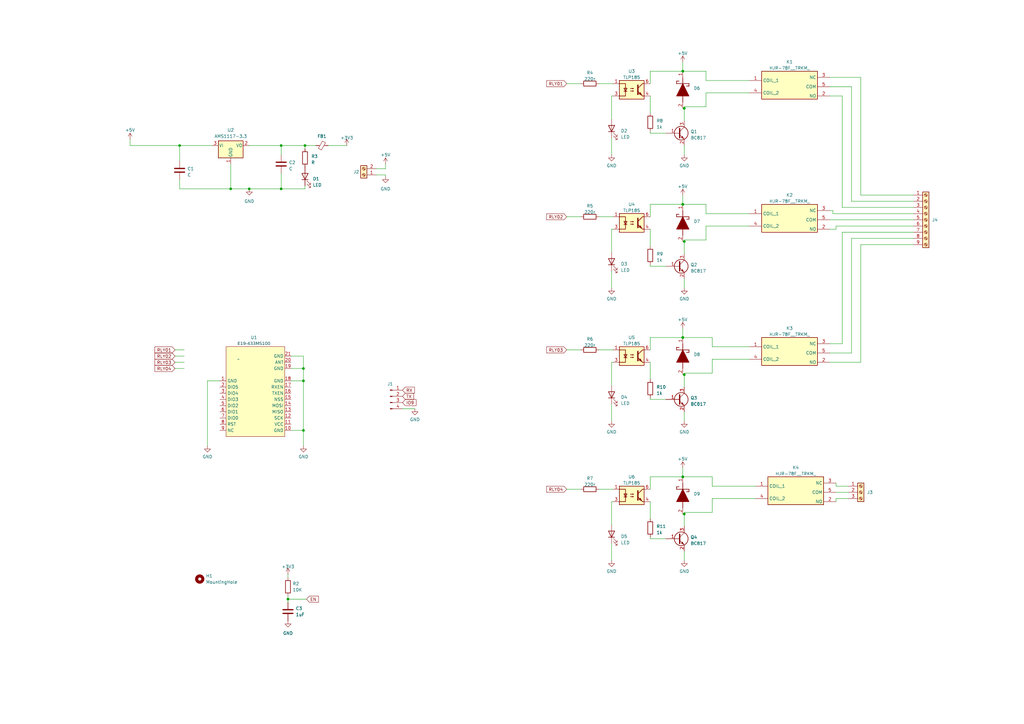
<source format=kicad_sch>
(kicad_sch (version 20230121) (generator eeschema)
  (paper "A3")
  (lib_symbols
    (symbol "1N5819W:1N5819W" (pin_names hide)
      (property "Reference" "D" (at 12.7 8.89 0))
      (property "Value" "1N5819W" (at 12.7 6.35 0))
      (symbol "1N5819W_1_1"
        (polyline (pts (xy 5.08 0) (xy 7.62 0)) (stroke (width 0.254)))
        (polyline (pts (xy 6.604 -1.524) (xy 6.604 -2.54)) (stroke (width 0.254)))
        (polyline (pts (xy 7.62 -2.54) (xy 6.604 -2.54)) (stroke (width 0.254)))
        (polyline (pts (xy 7.62 2.54) (xy 7.62 -2.54)) (stroke (width 0.254)))
        (polyline (pts (xy 7.62 2.54) (xy 8.636 2.54)) (stroke (width 0.254)))
        (polyline (pts (xy 8.636 1.524) (xy 8.636 2.54)) (stroke (width 0.254)))
        (polyline (pts (xy 12.7 0) (xy 15.24 0)) (stroke (width 0.254)))
        (polyline (pts (xy 7.62 0) (xy 12.7 2.54) (xy 12.7 -2.54) (xy 7.62 0)) (stroke (width 0.254)) (fill (type outline)))
        (pin passive line (at 2.54 0 0) (length 2.54) (name "K") (number "1"))
        (pin passive line (at 17.78 0 180) (length 2.54) (name "A") (number "2"))
      )
    )
    (symbol "Connector:Conn_01x04_Male" (pin_names (offset 1.016) hide)
      (property "Reference" "J" (at 0 5.08 0))
      (property "Value" "Conn_01x04_Male" (at 0 -7.62 0))
      (symbol "Conn_01x04_Male_1_1"
        (polyline (pts (xy 1.27 -5.08) (xy 0.8636 -5.08)) (stroke (width 0.1524)))
        (polyline (pts (xy 1.27 -2.54) (xy 0.8636 -2.54)) (stroke (width 0.1524)))
        (polyline (pts (xy 1.27 0) (xy 0.8636 0)) (stroke (width 0.1524)))
        (polyline (pts (xy 1.27 2.54) (xy 0.8636 2.54)) (stroke (width 0.1524)))
        (rectangle (start 0.8636 -4.953) (end 0 -5.207) (stroke (width 0.1524)) (fill (type outline)))
        (rectangle (start 0.8636 -2.413) (end 0 -2.667) (stroke (width 0.1524)) (fill (type outline)))
        (rectangle (start 0.8636 0.127) (end 0 -0.127) (stroke (width 0.1524)) (fill (type outline)))
        (rectangle (start 0.8636 2.667) (end 0 2.413) (stroke (width 0.1524)) (fill (type outline)))
        (pin passive line (at 5.08 2.54 180) (length 3.81) (name "Pin_1") (number "1"))
        (pin passive line (at 5.08 0 180) (length 3.81) (name "Pin_2") (number "2"))
        (pin passive line (at 5.08 -2.54 180) (length 3.81) (name "Pin_3") (number "3"))
        (pin passive line (at 5.08 -5.08 180) (length 3.81) (name "Pin_4") (number "4"))
      )
    )
    (symbol "Connector:Screw_Terminal_01x02" (pin_names (offset 1.016) hide)
      (property "Reference" "J" (at 0 2.54 0))
      (property "Value" "Screw_Terminal_01x02" (at 0 -5.08 0))
      (symbol "Screw_Terminal_01x02_1_1"
        (rectangle (start -1.27 1.27) (end 1.27 -3.81) (stroke (width 0.254)) (fill (type background)))
        (circle (center 0 -2.54) (radius 0.635) (stroke (width 0.1524)))
        (polyline (pts (xy -0.5334 -2.2098) (xy 0.3302 -3.048)) (stroke (width 0.1524)))
        (polyline (pts (xy -0.5334 0.3302) (xy 0.3302 -0.508)) (stroke (width 0.1524)))
        (polyline (pts (xy -0.3556 -2.032) (xy 0.508 -2.8702)) (stroke (width 0.1524)))
        (polyline (pts (xy -0.3556 0.508) (xy 0.508 -0.3302)) (stroke (width 0.1524)))
        (circle (center 0 0) (radius 0.635) (stroke (width 0.1524)))
        (pin passive line (at -5.08 0 0) (length 3.81) (name "Pin_1") (number "1"))
        (pin passive line (at -5.08 -2.54 0) (length 3.81) (name "Pin_2") (number "2"))
      )
    )
    (symbol "Connector:Screw_Terminal_01x03" (pin_names (offset 1.016) hide)
      (property "Reference" "J" (at 0 5.08 0))
      (property "Value" "Screw_Terminal_01x03" (at 0 -5.08 0))
      (symbol "Screw_Terminal_01x03_1_1"
        (rectangle (start -1.27 3.81) (end 1.27 -3.81) (stroke (width 0.254)) (fill (type background)))
        (circle (center 0 -2.54) (radius 0.635) (stroke (width 0.1524)))
        (polyline (pts (xy -0.5334 -2.2098) (xy 0.3302 -3.048)) (stroke (width 0.1524)))
        (polyline (pts (xy -0.5334 0.3302) (xy 0.3302 -0.508)) (stroke (width 0.1524)))
        (polyline (pts (xy -0.5334 2.8702) (xy 0.3302 2.032)) (stroke (width 0.1524)))
        (polyline (pts (xy -0.3556 -2.032) (xy 0.508 -2.8702)) (stroke (width 0.1524)))
        (polyline (pts (xy -0.3556 0.508) (xy 0.508 -0.3302)) (stroke (width 0.1524)))
        (polyline (pts (xy -0.3556 3.048) (xy 0.508 2.2098)) (stroke (width 0.1524)))
        (circle (center 0 0) (radius 0.635) (stroke (width 0.1524)))
        (circle (center 0 2.54) (radius 0.635) (stroke (width 0.1524)))
        (pin passive line (at -5.08 2.54 0) (length 3.81) (name "Pin_1") (number "1"))
        (pin passive line (at -5.08 0 0) (length 3.81) (name "Pin_2") (number "2"))
        (pin passive line (at -5.08 -2.54 0) (length 3.81) (name "Pin_3") (number "3"))
      )
    )
    (symbol "Connector:Screw_Terminal_01x09" (pin_names (offset 1.016) hide)
      (property "Reference" "J" (at 0 12.7 0))
      (property "Value" "Screw_Terminal_01x09" (at 0 -12.7 0))
      (symbol "Screw_Terminal_01x09_1_1"
        (rectangle (start -1.27 11.43) (end 1.27 -11.43) (stroke (width 0.254)) (fill (type background)))
        (circle (center 0 -10.16) (radius 0.635) (stroke (width 0.1524)))
        (circle (center 0 -7.62) (radius 0.635) (stroke (width 0.1524)))
        (circle (center 0 -5.08) (radius 0.635) (stroke (width 0.1524)))
        (circle (center 0 -2.54) (radius 0.635) (stroke (width 0.1524)))
        (polyline (pts (xy -0.5334 -9.8298) (xy 0.3302 -10.668)) (stroke (width 0.1524)))
        (polyline (pts (xy -0.5334 -7.2898) (xy 0.3302 -8.128)) (stroke (width 0.1524)))
        (polyline (pts (xy -0.5334 -4.7498) (xy 0.3302 -5.588)) (stroke (width 0.1524)))
        (polyline (pts (xy -0.5334 -2.2098) (xy 0.3302 -3.048)) (stroke (width 0.1524)))
        (polyline (pts (xy -0.5334 0.3302) (xy 0.3302 -0.508)) (stroke (width 0.1524)))
        (polyline (pts (xy -0.5334 2.8702) (xy 0.3302 2.032)) (stroke (width 0.1524)))
        (polyline (pts (xy -0.5334 5.4102) (xy 0.3302 4.572)) (stroke (width 0.1524)))
        (polyline (pts (xy -0.5334 7.9502) (xy 0.3302 7.112)) (stroke (width 0.1524)))
        (polyline (pts (xy -0.5334 10.4902) (xy 0.3302 9.652)) (stroke (width 0.1524)))
        (polyline (pts (xy -0.3556 -9.652) (xy 0.508 -10.4902)) (stroke (width 0.1524)))
        (polyline (pts (xy -0.3556 -7.112) (xy 0.508 -7.9502)) (stroke (width 0.1524)))
        (polyline (pts (xy -0.3556 -4.572) (xy 0.508 -5.4102)) (stroke (width 0.1524)))
        (polyline (pts (xy -0.3556 -2.032) (xy 0.508 -2.8702)) (stroke (width 0.1524)))
        (polyline (pts (xy -0.3556 0.508) (xy 0.508 -0.3302)) (stroke (width 0.1524)))
        (polyline (pts (xy -0.3556 3.048) (xy 0.508 2.2098)) (stroke (width 0.1524)))
        (polyline (pts (xy -0.3556 5.588) (xy 0.508 4.7498)) (stroke (width 0.1524)))
        (polyline (pts (xy -0.3556 8.128) (xy 0.508 7.2898)) (stroke (width 0.1524)))
        (polyline (pts (xy -0.3556 10.668) (xy 0.508 9.8298)) (stroke (width 0.1524)))
        (circle (center 0 0) (radius 0.635) (stroke (width 0.1524)))
        (circle (center 0 2.54) (radius 0.635) (stroke (width 0.1524)))
        (circle (center 0 5.08) (radius 0.635) (stroke (width 0.1524)))
        (circle (center 0 7.62) (radius 0.635) (stroke (width 0.1524)))
        (circle (center 0 10.16) (radius 0.635) (stroke (width 0.1524)))
        (pin passive line (at -5.08 10.16 0) (length 3.81) (name "Pin_1") (number "1"))
        (pin passive line (at -5.08 7.62 0) (length 3.81) (name "Pin_2") (number "2"))
        (pin passive line (at -5.08 5.08 0) (length 3.81) (name "Pin_3") (number "3"))
        (pin passive line (at -5.08 2.54 0) (length 3.81) (name "Pin_4") (number "4"))
        (pin passive line (at -5.08 0 0) (length 3.81) (name "Pin_5") (number "5"))
        (pin passive line (at -5.08 -2.54 0) (length 3.81) (name "Pin_6") (number "6"))
        (pin passive line (at -5.08 -5.08 0) (length 3.81) (name "Pin_7") (number "7"))
        (pin passive line (at -5.08 -7.62 0) (length 3.81) (name "Pin_8") (number "8"))
        (pin passive line (at -5.08 -10.16 0) (length 3.81) (name "Pin_9") (number "9"))
      )
    )
    (symbol "Device:C" (pin_numbers hide) (pin_names (offset 0.254))
      (property "Reference" "C" (at 0.635 2.54 0))
      (property "Value" "C" (at 0.635 -2.54 0))
      (symbol "C_0_1"
        (polyline (pts (xy -2.032 -0.762) (xy 2.032 -0.762)) (stroke (width 0.508)))
        (polyline (pts (xy -2.032 0.762) (xy 2.032 0.762)) (stroke (width 0.508)))
      )
      (symbol "C_1_1"
        (pin passive line (at 0 3.81 270) (length 2.794) (name "~") (number "1"))
        (pin passive line (at 0 -3.81 90) (length 2.794) (name "~") (number "2"))
      )
    )
    (symbol "Device:FerriteBead_Small" (pin_numbers hide) (pin_names (offset 0))
      (property "Reference" "FB" (at 1.905 1.27 0))
      (property "Value" "FerriteBead_Small" (at 1.905 -1.27 0))
      (symbol "FerriteBead_Small_0_1"
        (polyline (pts (xy 0 -1.27) (xy 0 -0.7874)))
        (polyline (pts (xy 0 0.889) (xy 0 1.2954)))
        (polyline (pts (xy -1.8288 0.2794) (xy -1.1176 1.4986) (xy 1.8288 -0.2032) (xy 1.1176 -1.4224) (xy -1.8288 0.2794)))
      )
      (symbol "FerriteBead_Small_1_1"
        (pin passive line (at 0 2.54 270) (length 1.27) (name "~") (number "1"))
        (pin passive line (at 0 -2.54 90) (length 1.27) (name "~") (number "2"))
      )
    )
    (symbol "Device:LED" (pin_numbers hide) (pin_names (offset 1.016) hide)
      (property "Reference" "D" (at 0 2.54 0))
      (property "Value" "LED" (at 0 -2.54 0))
      (symbol "LED_0_1"
        (polyline (pts (xy -1.27 -1.27) (xy -1.27 1.27)) (stroke (width 0.254)))
        (polyline (pts (xy -1.27 0) (xy 1.27 0)))
        (polyline (pts (xy 1.27 -1.27) (xy 1.27 1.27) (xy -1.27 0) (xy 1.27 -1.27)) (stroke (width 0.254)))
        (polyline (pts (xy -3.048 -0.762) (xy -4.572 -2.286) (xy -3.81 -2.286) (xy -4.572 -2.286) (xy -4.572 -1.524)))
        (polyline (pts (xy -1.778 -0.762) (xy -3.302 -2.286) (xy -2.54 -2.286) (xy -3.302 -2.286) (xy -3.302 -1.524)))
      )
      (symbol "LED_1_1"
        (pin passive line (at -3.81 0 0) (length 2.54) (name "K") (number "1"))
        (pin passive line (at 3.81 0 180) (length 2.54) (name "A") (number "2"))
      )
    )
    (symbol "Device:R" (pin_numbers hide) (pin_names (offset 0))
      (property "Reference" "R" (at 2.032 0 90))
      (property "Value" "R" (at 0 0 90))
      (symbol "R_0_1"
        (rectangle (start -1.016 -2.54) (end 1.016 2.54) (stroke (width 0.254)))
      )
      (symbol "R_1_1"
        (pin passive line (at 0 3.81 270) (length 1.27) (name "~") (number "1"))
        (pin passive line (at 0 -3.81 90) (length 1.27) (name "~") (number "2"))
      )
    )
    (symbol "HJR-78F__TRKM_:HJR-78F__TRKM_"
      (property "Reference" "K4" (at 16.51 7.62 0))
      (property "Value" "HJR-78F__TRKM_" (at 16.51 5.08 0))
      (symbol "HJR-78F__TRKM__1_1"
        (rectangle (start 5.08 3.81) (end 27.94 -7.62) (stroke (width 0.254)) (fill (type background)))
        (pin passive line (at 0 0 0) (length 5.08) (name "COIL_1") (number "1"))
        (pin passive line (at 33.02 -6.35 180) (length 5.08) (name "NO") (number "2"))
        (pin passive line (at 33.02 1.27 180) (length 5.08) (name "NC") (number "3"))
        (pin passive line (at 0 -5.08 0) (length 5.08) (name "COIL_2") (number "4"))
        (pin passive line (at 33.02 -2.54 180) (length 5.08) (name "COM") (number "5"))
      )
    )
    (symbol "HJR-78F__TRKM__1"
      (property "Reference" "K1" (at 16.51 7.62 0))
      (property "Value" "HJR-78F__TRKM_" (at 16.51 5.08 0))
      (symbol "HJR-78F__TRKM__1_1_1"
        (rectangle (start 5.08 3.81) (end 27.94 -7.62) (stroke (width 0.254)) (fill (type background)))
        (pin passive line (at 0 0 0) (length 5.08) (name "COIL_1") (number "1"))
        (pin passive line (at 33.02 -6.35 180) (length 5.08) (name "NO") (number "2"))
        (pin passive line (at 33.02 1.27 180) (length 5.08) (name "NC") (number "3"))
        (pin passive line (at 0 -5.08 0) (length 5.08) (name "COIL_2") (number "4"))
        (pin passive line (at 33.02 -2.54 180) (length 5.08) (name "COM") (number "5"))
      )
    )
    (symbol "HJR-78F__TRKM__2"
      (property "Reference" "K2" (at 16.51 7.62 0))
      (property "Value" "HJR-78F__TRKM_" (at 16.51 5.08 0))
      (symbol "HJR-78F__TRKM__2_1_1"
        (rectangle (start 5.08 3.81) (end 27.94 -7.62) (stroke (width 0.254)) (fill (type background)))
        (pin passive line (at 0 0 0) (length 5.08) (name "COIL_1") (number "1"))
        (pin passive line (at 33.02 -6.35 180) (length 5.08) (name "NO") (number "2"))
        (pin passive line (at 33.02 1.27 180) (length 5.08) (name "NC") (number "3"))
        (pin passive line (at 0 -5.08 0) (length 5.08) (name "COIL_2") (number "4"))
        (pin passive line (at 33.02 -2.54 180) (length 5.08) (name "COM") (number "5"))
      )
    )
    (symbol "HJR-78F__TRKM__3"
      (property "Reference" "K3" (at 16.51 7.62 0))
      (property "Value" "HJR-78F__TRKM_" (at 16.51 5.08 0))
      (symbol "HJR-78F__TRKM__3_1_1"
        (rectangle (start 5.08 3.81) (end 27.94 -7.62) (stroke (width 0.254)) (fill (type background)))
        (pin passive line (at 0 0 0) (length 5.08) (name "COIL_1") (number "1"))
        (pin passive line (at 33.02 -6.35 180) (length 5.08) (name "NO") (number "2"))
        (pin passive line (at 33.02 1.27 180) (length 5.08) (name "NC") (number "3"))
        (pin passive line (at 0 -5.08 0) (length 5.08) (name "COIL_2") (number "4"))
        (pin passive line (at 33.02 -2.54 180) (length 5.08) (name "COM") (number "5"))
      )
    )
    (symbol "Isolator:TLP185"
      (property "Reference" "U" (at -5.08 5.08 0))
      (property "Value" "TLP185" (at -5.08 -5.08 0))
      (symbol "TLP185_0_1"
        (rectangle (start -5.08 3.81) (end 5.08 -3.81) (stroke (width 0.254)) (fill (type background)))
        (polyline (pts (xy -3.175 -0.635) (xy -1.905 -0.635)) (stroke (width 0.254)))
        (polyline (pts (xy 2.54 1.905) (xy 2.54 -1.905) (xy 2.54 -1.905)) (stroke (width 0.508)))
        (polyline (pts (xy 5.08 -2.54) (xy 4.445 -2.54) (xy 2.54 -0.635)) (stroke (width 0.254)))
        (polyline (pts (xy 5.08 2.54) (xy 4.445 2.54) (xy 2.54 0.635)) (stroke (width 0.254)))
        (polyline (pts (xy -5.08 -2.54) (xy -2.54 -2.54) (xy -2.54 2.54) (xy -5.08 2.54)) (stroke (width 0.254)))
        (polyline (pts (xy -2.54 -0.635) (xy -3.175 0.635) (xy -1.905 0.635) (xy -2.54 -0.635)) (stroke (width 0.254)))
        (polyline (pts (xy -0.508 -0.508) (xy 0.762 -0.508) (xy 0.381 -0.635) (xy 0.381 -0.381) (xy 0.762 -0.508)) (stroke (width 0.254)))
        (polyline (pts (xy -0.508 0.508) (xy 0.762 0.508) (xy 0.381 0.381) (xy 0.381 0.635) (xy 0.762 0.508)) (stroke (width 0.254)))
        (polyline (pts (xy 3.048 -1.651) (xy 3.556 -1.143) (xy 4.064 -2.159) (xy 3.048 -1.651) (xy 3.048 -1.651)) (stroke (width 0.254)) (fill (type outline)))
      )
      (symbol "TLP185_1_1"
        (pin passive line (at -7.62 2.54 0) (length 2.54) (name "~") (number "1"))
        (pin passive line (at -7.62 -2.54 0) (length 2.54) (name "~") (number "3"))
        (pin passive line (at 7.62 -2.54 180) (length 2.54) (name "~") (number "4"))
        (pin passive line (at 7.62 2.54 180) (length 2.54) (name "~") (number "6"))
      )
    )
    (symbol "Mechanical:MountingHole" (pin_names (offset 1.016))
      (property "Reference" "H" (at 0 5.08 0))
      (property "Value" "MountingHole" (at 0 3.175 0))
      (symbol "MountingHole_0_1"
        (circle (center 0 0) (radius 1.27) (stroke (width 1.27)))
      )
    )
    (symbol "Regulator_Linear:AMS1117-3.3" (pin_names (offset 0.254))
      (property "Reference" "U" (at -3.81 3.175 0))
      (property "Value" "AMS1117-3.3" (at 0 3.175 0))
      (symbol "AMS1117-3.3_0_1"
        (rectangle (start -5.08 -5.08) (end 5.08 1.905) (stroke (width 0.254)) (fill (type background)))
      )
      (symbol "AMS1117-3.3_1_1"
        (pin power_in line (at 0 -7.62 90) (length 2.54) (name "GND") (number "1"))
        (pin power_out line (at 7.62 0 180) (length 2.54) (name "VO") (number "2"))
        (pin power_in line (at -7.62 0 0) (length 2.54) (name "VI") (number "3"))
      )
    )
    (symbol "Transistor_BJT:BC817" (pin_names (offset 0) hide)
      (property "Reference" "Q" (at 5.08 1.905 0))
      (property "Value" "BC817" (at 5.08 0 0))
      (symbol "BC817_0_1"
        (polyline (pts (xy 0.635 0.635) (xy 2.54 2.54)))
        (polyline (pts (xy 0.635 -0.635) (xy 2.54 -2.54) (xy 2.54 -2.54)))
        (polyline (pts (xy 0.635 1.905) (xy 0.635 -1.905) (xy 0.635 -1.905)) (stroke (width 0.508)))
        (polyline (pts (xy 1.27 -1.778) (xy 1.778 -1.27) (xy 2.286 -2.286) (xy 1.27 -1.778) (xy 1.27 -1.778)) (fill (type outline)))
        (circle (center 1.27 0) (radius 2.8194) (stroke (width 0.254)))
      )
      (symbol "BC817_1_1"
        (pin input line (at -5.08 0 0) (length 5.715) (name "B") (number "1"))
        (pin passive line (at 2.54 -5.08 90) (length 2.54) (name "E") (number "2"))
        (pin passive line (at 2.54 5.08 270) (length 2.54) (name "C") (number "3"))
      )
    )
    (symbol "lora:E19-433MS100"
      (property "Reference" "U" (at 6.35 8.89 0))
      (symbol "E19-433MS100_1_1"
        (rectangle (start -5.08 5.08) (end 19.05 -31.75) (fill (type background)))
        (text "E19-433MS100" (at 6.35 6.35 0) (effects (font (size 1.27 1.27))))
        (pin input line (at -7.62 -8.89 0) (length 2.54) (name "GND") (number "1"))
        (pin input line (at 21.59 -29.21 180) (length 2.54) (name "GND") (number "10"))
        (pin input line (at 21.59 -26.67 180) (length 2.54) (name "VCC") (number "11"))
        (pin input line (at 21.59 -24.13 180) (length 2.54) (name "SCK") (number "12"))
        (pin input line (at 21.59 -21.59 180) (length 2.54) (name "MISO") (number "13"))
        (pin input line (at 21.59 -19.05 180) (length 2.54) (name "MOSI") (number "14"))
        (pin input line (at 21.59 -16.51 180) (length 2.54) (name "NSS") (number "15"))
        (pin input line (at 21.59 -13.97 180) (length 2.54) (name "TXEN") (number "16"))
        (pin input line (at 21.59 -11.43 180) (length 2.54) (name "RXEN") (number "17"))
        (pin input line (at 21.59 -8.89 180) (length 2.54) (name "GND") (number "18"))
        (pin input line (at 21.59 -3.81 180) (length 2.54) (name "GND") (number "19"))
        (pin input line (at -7.62 -11.43 0) (length 2.54) (name "DIO5") (number "2"))
        (pin input line (at 21.59 -1.27 180) (length 2.54) (name "ANT") (number "20"))
        (pin input line (at 21.59 1.27 180) (length 2.54) (name "GND") (number "21"))
        (pin input line (at -7.62 -13.97 0) (length 2.54) (name "DIO4") (number "3"))
        (pin input line (at -7.62 -16.51 0) (length 2.54) (name "DIO3") (number "4"))
        (pin input line (at -7.62 -19.05 0) (length 2.54) (name "DIO2") (number "5"))
        (pin input line (at -7.62 -21.59 0) (length 2.54) (name "DIO1") (number "6"))
        (pin input line (at -7.62 -24.13 0) (length 2.54) (name "DIO0") (number "7"))
        (pin input line (at -7.62 -26.67 0) (length 2.54) (name "RST") (number "8"))
        (pin input line (at -7.62 -29.21 0) (length 2.54) (name "NC") (number "9"))
      )
    )
    (symbol "power:+3V3" (power) (pin_names (offset 0))
      (property "Value" "+3V3" (at 0 3.556 0))
      (symbol "+3V3_0_1"
        (polyline (pts (xy -0.762 1.27) (xy 0 2.54)))
        (polyline (pts (xy 0 0) (xy 0 2.54)))
        (polyline (pts (xy 0 2.54) (xy 0.762 1.27)))
      )
      (symbol "+3V3_1_1"
        (pin power_in line (at 0 0 90) (length 0) hide (name "+3V3") (number "1"))
      )
    )
    (symbol "power:+5V" (power) (pin_names (offset 0))
      (property "Value" "+5V" (at 0 3.556 0))
      (symbol "+5V_0_1"
        (polyline (pts (xy -0.762 1.27) (xy 0 2.54)))
        (polyline (pts (xy 0 0) (xy 0 2.54)))
        (polyline (pts (xy 0 2.54) (xy 0.762 1.27)))
      )
      (symbol "+5V_1_1"
        (pin power_in line (at 0 0 90) (length 0) hide (name "+5V") (number "1"))
      )
    )
    (symbol "power:GND" (power) (pin_names (offset 0))
      (property "Value" "GND" (at 0 -3.81 0))
      (symbol "GND_0_1"
        (polyline (pts (xy 0 0) (xy 0 -1.27) (xy 1.27 -1.27) (xy 0 -2.54) (xy -1.27 -1.27) (xy 0 -1.27)))
      )
      (symbol "GND_1_1"
        (pin power_in line (at 0 0 270) (length 0) hide (name "GND") (number "1"))
      )
    )
  )
  (junction (at 94.615 77.47))
  (junction (at 280.67 210.82))
  (junction (at 280.035 83.82))
  (junction (at 280.035 29.21))
  (junction (at 124.46 176.53))
  (junction (at 124.46 151.13))
  (junction (at 280.67 153.67))
  (junction (at 115.3161 77.47))
  (junction (at 280.0356 195.58))
  (junction (at 115.3161 59.69))
  (junction (at 124.46 156.21))
  (junction (at 280.0356 29.21))
  (junction (at 280.67 99.06))
  (junction (at 280.0356 83.82))
  (junction (at 280.035 195.58))
  (junction (at 280.0356 138.43))
  (junction (at 73.66 59.69))
  (junction (at 102.235 77.47))
  (junction (at 125.095 59.69))
  (junction (at 118.11 245.745))
  (junction (at 280.67 44.45))
  (junction (at 280.035 138.43))
  (wire (pts (xy 266.7 138.43) (xy 266.7 143.51)))
  (wire (pts (xy 280.0356 80.1358) (xy 280.0356 83.82)))
  (wire (pts (xy 266.7 148.59) (xy 266.7 155.575)))
  (wire (pts (xy 345.44 85.09) (xy 345.44 39.37)))
  (wire (pts (xy 289.56 29.21) (xy 289.56 33.02)))
  (wire (pts (xy 342.9 198.12) (xy 342.9 199.39)))
  (wire (pts (xy 266.7 29.21) (xy 266.7 34.29)))
  (wire (pts (xy 280.67 118.11) (xy 280.67 114.3)))
  (wire (pts (xy 289.56 98.425) (xy 289.56 92.71)))
  (wire (pts (xy 280.035 153.67) (xy 280.67 153.67)))
  (wire (pts (xy 280.035 99.06) (xy 280.67 99.06)))
  (wire (pts (xy 115.3161 63.4954) (xy 115.3161 59.69)))
  (wire (pts (xy 280.67 153.67) (xy 280.67 158.75)))
  (wire (pts (xy 71.755 143.51) (xy 75.565 143.51)))
  (wire (pts (xy 250.825 39.37) (xy 251.46 39.37)))
  (wire (pts (xy 280.0356 134.7458) (xy 280.0356 138.43)))
  (wire (pts (xy 102.235 59.69) (xy 115.3161 59.69)))
  (wire (pts (xy 345.44 85.09) (xy 374.65 85.09)))
  (wire (pts (xy 280.035 195.58) (xy 280.0356 195.58)))
  (wire (pts (xy 170.18 167.64) (xy 165.1 167.64)))
  (wire (pts (xy 119.38 146.05) (xy 124.46 146.05)))
  (wire (pts (xy 280.67 98.425) (xy 280.67 99.06)))
  (wire (pts (xy 53.34 57.15) (xy 53.34 59.69)))
  (wire (pts (xy 245.745 143.51) (xy 251.46 143.51)))
  (wire (pts (xy 266.7 195.58) (xy 280.035 195.58)))
  (wire (pts (xy 158.115 67.31) (xy 158.115 69.215)))
  (wire (pts (xy 85.09 182.88) (xy 85.09 156.21)))
  (wire (pts (xy 118.11 245.745) (xy 118.11 247.015)))
  (wire (pts (xy 124.46 156.21) (xy 124.46 176.53)))
  (wire (pts (xy 349.25 82.55) (xy 374.65 82.55)))
  (wire (pts (xy 280.0356 195.58) (xy 292.1 195.58)))
  (wire (pts (xy 115.3161 71.1154) (xy 115.3161 77.47)))
  (wire (pts (xy 340.36 39.37) (xy 345.44 39.37)))
  (wire (pts (xy 340.36 140.97) (xy 345.44 140.97)))
  (wire (pts (xy 266.7 53.975) (xy 266.7 54.61)))
  (wire (pts (xy 250.825 103.505) (xy 250.825 93.98)))
  (wire (pts (xy 292.1 204.47) (xy 309.88 204.47)))
  (wire (pts (xy 280.67 172.72) (xy 280.67 168.91)))
  (wire (pts (xy 115.3161 77.47) (xy 125.095 77.47)))
  (wire (pts (xy 289.56 83.82) (xy 289.56 87.63)))
  (wire (pts (xy 124.46 146.05) (xy 124.46 151.13)))
  (wire (pts (xy 342.9 92.71) (xy 374.65 92.71)))
  (wire (pts (xy 71.755 151.13) (xy 75.565 151.13)))
  (wire (pts (xy 280.035 44.45) (xy 280.67 44.45)))
  (wire (pts (xy 119.38 176.53) (xy 124.46 176.53)))
  (wire (pts (xy 125.095 59.69) (xy 129.54 59.69)))
  (wire (pts (xy 266.7 138.43) (xy 280.035 138.43)))
  (wire (pts (xy 154.305 69.215) (xy 158.115 69.215)))
  (wire (pts (xy 280.67 63.5) (xy 280.67 59.69)))
  (wire (pts (xy 124.46 151.13) (xy 124.46 156.21)))
  (wire (pts (xy 349.25 144.78) (xy 349.25 97.79)))
  (wire (pts (xy 341.63 86.36) (xy 340.36 86.36)))
  (wire (pts (xy 340.36 144.78) (xy 349.25 144.78)))
  (wire (pts (xy 266.7 29.21) (xy 280.035 29.21)))
  (wire (pts (xy 347.98 204.47) (xy 342.9 204.47)))
  (wire (pts (xy 266.7 93.98) (xy 266.7 100.965)))
  (wire (pts (xy 266.7 195.58) (xy 266.7 200.66)))
  (wire (pts (xy 250.825 229.87) (xy 250.825 222.885)))
  (wire (pts (xy 342.9 93.98) (xy 340.36 93.98)))
  (wire (pts (xy 292.1 147.32) (xy 307.34 147.32)))
  (wire (pts (xy 280.67 98.425) (xy 289.56 98.425)))
  (wire (pts (xy 250.825 93.98) (xy 251.46 93.98)))
  (wire (pts (xy 125.095 59.69) (xy 125.095 60.96)))
  (wire (pts (xy 73.66 77.47) (xy 94.615 77.47)))
  (wire (pts (xy 289.56 33.02) (xy 307.34 33.02)))
  (wire (pts (xy 292.1 142.24) (xy 307.34 142.24)))
  (wire (pts (xy 250.825 172.72) (xy 250.825 165.735)))
  (wire (pts (xy 280.0356 25.5258) (xy 280.0356 29.21)))
  (wire (pts (xy 250.825 215.265) (xy 250.825 205.74)))
  (wire (pts (xy 250.825 63.5) (xy 250.825 56.515)))
  (wire (pts (xy 266.7 83.82) (xy 280.035 83.82)))
  (wire (pts (xy 250.825 158.115) (xy 250.825 148.59)))
  (wire (pts (xy 232.41 88.9) (xy 238.125 88.9)))
  (wire (pts (xy 342.9 204.47) (xy 342.9 205.74)))
  (wire (pts (xy 280.035 83.82) (xy 280.0356 83.82)))
  (wire (pts (xy 245.745 200.66) (xy 251.46 200.66)))
  (wire (pts (xy 115.3161 59.69) (xy 125.095 59.69)))
  (wire (pts (xy 266.7 109.22) (xy 273.05 109.22)))
  (wire (pts (xy 266.7 220.345) (xy 266.7 220.98)))
  (wire (pts (xy 345.44 140.97) (xy 345.44 95.25)))
  (wire (pts (xy 124.46 176.53) (xy 124.46 182.88)))
  (wire (pts (xy 280.035 210.82) (xy 280.67 210.82)))
  (wire (pts (xy 342.9 92.71) (xy 342.9 93.98)))
  (wire (pts (xy 292.1 138.43) (xy 292.1 142.24)))
  (wire (pts (xy 118.11 235.585) (xy 118.11 236.855)))
  (wire (pts (xy 250.825 48.895) (xy 250.825 39.37)))
  (wire (pts (xy 250.825 205.74) (xy 251.46 205.74)))
  (wire (pts (xy 245.745 34.29) (xy 251.46 34.29)))
  (wire (pts (xy 53.34 59.69) (xy 73.66 59.69)))
  (wire (pts (xy 125.095 77.47) (xy 125.095 76.2)))
  (wire (pts (xy 280.67 43.815) (xy 280.67 44.45)))
  (wire (pts (xy 349.25 97.79) (xy 374.65 97.79)))
  (wire (pts (xy 250.825 148.59) (xy 251.46 148.59)))
  (wire (pts (xy 73.66 73.66) (xy 73.66 77.47)))
  (wire (pts (xy 134.62 59.69) (xy 142.24 59.69)))
  (wire (pts (xy 266.7 205.74) (xy 266.7 212.725)))
  (wire (pts (xy 280.0356 138.43) (xy 292.1 138.43)))
  (wire (pts (xy 292.1 195.58) (xy 292.1 199.39)))
  (wire (pts (xy 374.65 80.01) (xy 353.06 80.01)))
  (wire (pts (xy 266.7 108.585) (xy 266.7 109.22)))
  (wire (pts (xy 341.63 87.63) (xy 341.63 86.36)))
  (wire (pts (xy 280.0356 83.82) (xy 289.56 83.82)))
  (wire (pts (xy 73.66 59.69) (xy 86.995 59.69)))
  (wire (pts (xy 280.035 138.43) (xy 280.0356 138.43)))
  (wire (pts (xy 154.305 71.755) (xy 158.115 71.755)))
  (wire (pts (xy 266.7 163.83) (xy 273.05 163.83)))
  (wire (pts (xy 232.41 34.29) (xy 238.125 34.29)))
  (wire (pts (xy 289.56 92.71) (xy 307.34 92.71)))
  (wire (pts (xy 232.41 143.51) (xy 238.125 143.51)))
  (wire (pts (xy 280.67 44.45) (xy 280.67 49.53)))
  (wire (pts (xy 340.36 35.56) (xy 349.25 35.56)))
  (wire (pts (xy 280.67 43.815) (xy 289.56 43.815)))
  (wire (pts (xy 250.825 118.11) (xy 250.825 111.125)))
  (wire (pts (xy 353.06 100.33) (xy 374.65 100.33)))
  (wire (pts (xy 119.38 151.13) (xy 124.46 151.13)))
  (wire (pts (xy 280.67 210.82) (xy 280.67 215.9)))
  (wire (pts (xy 347.98 199.39) (xy 342.9 199.39)))
  (wire (pts (xy 280.67 210.185) (xy 280.67 210.82)))
  (wire (pts (xy 353.06 148.59) (xy 353.06 100.33)))
  (wire (pts (xy 71.755 148.59) (xy 75.565 148.59)))
  (wire (pts (xy 94.615 67.31) (xy 94.615 77.47)))
  (wire (pts (xy 232.41 200.66) (xy 238.125 200.66)))
  (wire (pts (xy 266.7 39.37) (xy 266.7 46.355)))
  (wire (pts (xy 245.745 88.9) (xy 251.46 88.9)))
  (wire (pts (xy 158.115 71.755) (xy 158.115 72.39)))
  (wire (pts (xy 266.7 163.195) (xy 266.7 163.83)))
  (wire (pts (xy 280.0356 191.8958) (xy 280.0356 195.58)))
  (wire (pts (xy 280.67 153.035) (xy 280.67 153.67)))
  (wire (pts (xy 118.11 244.475) (xy 118.11 245.745)))
  (wire (pts (xy 289.56 87.63) (xy 307.34 87.63)))
  (wire (pts (xy 280.67 229.87) (xy 280.67 226.06)))
  (wire (pts (xy 280.67 153.035) (xy 292.1 153.035)))
  (wire (pts (xy 345.44 95.25) (xy 374.65 95.25)))
  (wire (pts (xy 292.1 199.39) (xy 309.88 199.39)))
  (wire (pts (xy 85.09 156.21) (xy 90.17 156.21)))
  (wire (pts (xy 94.615 77.47) (xy 102.235 77.47)))
  (wire (pts (xy 71.755 146.05) (xy 75.565 146.05)))
  (wire (pts (xy 266.7 54.61) (xy 273.05 54.61)))
  (wire (pts (xy 280.035 29.21) (xy 280.0356 29.21)))
  (wire (pts (xy 280.67 210.185) (xy 292.1 210.185)))
  (wire (pts (xy 266.7 220.98) (xy 273.05 220.98)))
  (wire (pts (xy 125.73 245.745) (xy 118.11 245.745)))
  (wire (pts (xy 347.98 201.93) (xy 342.9 201.93)))
  (wire (pts (xy 341.63 87.63) (xy 374.65 87.63)))
  (wire (pts (xy 340.36 148.59) (xy 353.06 148.59)))
  (wire (pts (xy 292.1 153.035) (xy 292.1 147.32)))
  (wire (pts (xy 280.67 99.06) (xy 280.67 104.14)))
  (wire (pts (xy 292.1 210.185) (xy 292.1 204.47)))
  (wire (pts (xy 340.36 31.75) (xy 353.06 31.75)))
  (wire (pts (xy 73.66 59.69) (xy 73.66 66.04)))
  (wire (pts (xy 266.7 83.82) (xy 266.7 88.9)))
  (wire (pts (xy 340.36 90.17) (xy 374.65 90.17)))
  (wire (pts (xy 280.0356 29.21) (xy 289.56 29.21)))
  (wire (pts (xy 289.56 43.815) (xy 289.56 38.1)))
  (wire (pts (xy 102.235 77.47) (xy 115.3161 77.47)))
  (wire (pts (xy 289.56 38.1) (xy 307.34 38.1)))
  (wire (pts (xy 353.06 80.01) (xy 353.06 31.75)))
  (wire (pts (xy 349.25 35.56) (xy 349.25 82.55)))
  (wire (pts (xy 119.38 156.21) (xy 124.46 156.21)))
  (global_label "RLY04" (shape input) (at 232.41 200.66 180) (property "Intersheetrefs" "${INTERSHEET_REFS}" (effects hide)))
  (global_label "RLY03" (shape input) (at 232.41 143.51 180) (property "Intersheetrefs" "${INTERSHEET_REFS}" (effects hide)))
  (global_label "RLY01" (shape input) (at 232.41 34.29 180) (property "Intersheetrefs" "${INTERSHEET_REFS}" (effects hide)))
  (global_label "RLY04" (shape input) (at 71.755 151.13 180) (property "Intersheetrefs" "${INTERSHEET_REFS}" (effects hide)))
  (global_label "RLY02" (shape input) (at 71.755 146.05 180) (property "Intersheetrefs" "${INTERSHEET_REFS}" (effects hide)))
  (global_label "IO9" (shape input) (at 165.1 165.1 0) (property "Intersheetrefs" "${INTERSHEET_REFS}" (effects hide)))
  (global_label "RLY03" (shape input) (at 71.755 148.59 180) (property "Intersheetrefs" "${INTERSHEET_REFS}" (effects hide)))
  (global_label "TX" (shape input) (at 165.1 162.56 0) (property "Intersheetrefs" "${INTERSHEET_REFS}" (effects hide)))
  (global_label "RLY01" (shape input) (at 71.755 143.51 180) (property "Intersheetrefs" "${INTERSHEET_REFS}" (effects hide)))
  (global_label "RLY02" (shape input) (at 232.41 88.9 180) (property "Intersheetrefs" "${INTERSHEET_REFS}" (effects hide)))
  (global_label "EN" (shape input) (at 125.73 245.745 0) (property "Intersheetrefs" "${INTERSHEET_REFS}" (effects hide)))
  (global_label "RX" (shape input) (at 165.1 160.02 0) (property "Intersheetrefs" "${INTERSHEET_REFS}" (effects hide)))
  (symbol (lib_id "Isolator:TLP185") (at 259.08 91.44 0) (unit 1)
    (property "Reference" "U4" (at 259.08 83.82 0))
    (property "Value" "TLP185" (at 259.08 86.36 0))
    (property "Footprint" "Package_SO:SOIC-4_4.55x3.7mm_P2.54mm" (effects hide))
    (property "Datasheet" "https://toshiba.semicon-storage.com/info/docget.jsp?did=11791&prodName=TLP185" (effects hide))
  )
  (symbol (lib_id "power:GND") (at 280.67 229.87 0) (unit 1)
    (property "Reference" "#PWR024" (effects hide))
    (property "Value" "GND" (at 280.67 234.315 0))
  )
  (symbol (lib_id "Device:LED") (at 250.825 219.075 90) (unit 1)
    (property "Reference" "D5" (at 254.635 220.0275 90) (effects (justify right)))
    (property "Value" "LED" (at 254.635 222.5675 90) (effects (justify right)))
    (property "Footprint" "LED_SMD:LED_0805_2012Metric" (effects hide))
  )
  (symbol (lib_id "Transistor_BJT:BC817") (at 278.13 163.83 0) (unit 1)
    (property "Reference" "Q3" (at 283.21 163.195 0) (effects (justify left)))
    (property "Value" "BC817" (at 283.21 165.735 0) (effects (justify left)))
    (property "Footprint" "Package_TO_SOT_SMD:SOT-23" (effects hide))
    (property "Datasheet" "https://www.onsemi.com/pub/Collateral/BC818-D.pdf" (effects hide))
  )
  (symbol (lib_id "power:+5V") (at 280.0356 191.8958 0) (unit 1)
    (property "Reference" "#PWR020" (effects hide))
    (property "Value" "+5V" (at 279.9683 188.2317 0))
  )
  (symbol (lib_name "HJR-78F__TRKM__1") (lib_id "HJR-78F__TRKM_:HJR-78F__TRKM_") (at 307.34 33.02 0) (unit 1)
    (property "Reference" "K1" (at 323.85 25.4 0))
    (property "Value" "HJR-78F__TRKM_" (at 323.85 27.94 0))
    (property "Footprint" "Relay_THT:HJR78FTRKM" (effects hide))
    (property "Datasheet" "http://e-rebirth.net/car/trkm.pdf" (effects hide))
    (property "Height" "14" (effects hide))
    (property "Manufacturer_Name" "NINGBO HUAGUAN ELECTRONICS" (effects hide))
    (property "Manufacturer_Part_Number" "HJR-78F (TRKM)" (effects hide))
  )
  (symbol (lib_id "Transistor_BJT:BC817") (at 278.13 220.98 0) (unit 1)
    (property "Reference" "Q4" (at 283.21 220.345 0) (effects (justify left)))
    (property "Value" "BC817" (at 283.21 222.885 0) (effects (justify left)))
    (property "Footprint" "Package_TO_SOT_SMD:SOT-23" (effects hide))
    (property "Datasheet" "https://www.onsemi.com/pub/Collateral/BC818-D.pdf" (effects hide))
  )
  (symbol (lib_id "Connector:Screw_Terminal_01x02") (at 149.225 71.755 180) (unit 1)
    (property "Reference" "J2" (at 147.32 70.485 0) (effects (justify left)))
    (property "Value" "Screw_Terminal_01x02" (effects hide))
    (property "Footprint" "TerminalBlock:TerminalBlock_bornier-2_P5.08mm" (effects hide))
  )
  (symbol (lib_id "1N5819W:1N5819W") (at 280.035 26.67 270) (unit 1)
    (property "Reference" "D6" (at 284.48 36.195 90) (effects (justify left)))
    (property "Value" "1N5819W" (effects hide))
    (property "Footprint" "1n5819W:SODFL3618X110N" (effects hide))
    (property "Datasheet" "https://datasheet.lcsc.com/szlcsc/Shandong-Jingdao-Microelectronics-1N5819W_C169540.pdf" (effects hide))
    (property "Height" "1.1" (effects hide))
    (property "Manufacturer_Name" "Shandong Jingdao Microelectronics" (effects hide))
    (property "Manufacturer_Part_Number" "1N5819W" (effects hide))
  )
  (symbol (lib_id "Transistor_BJT:BC817") (at 278.13 109.22 0) (unit 1)
    (property "Reference" "Q2" (at 283.21 108.585 0) (effects (justify left)))
    (property "Value" "BC817" (at 283.21 111.125 0) (effects (justify left)))
    (property "Footprint" "Package_TO_SOT_SMD:SOT-23" (effects hide))
    (property "Datasheet" "https://www.onsemi.com/pub/Collateral/BC818-D.pdf" (effects hide))
  )
  (symbol (lib_id "power:GND") (at 250.825 172.72 0) (unit 1)
    (property "Reference" "#PWR015" (effects hide))
    (property "Value" "GND" (at 250.825 177.165 0))
  )
  (symbol (lib_id "power:GND") (at 118.11 254.635 0) (unit 1)
    (property "Reference" "#PWR06" (effects hide))
    (property "Value" "GND" (at 118.11 259.715 0))
  )
  (symbol (lib_id "power:+3V3") (at 142.24 59.69 0) (unit 1)
    (property "Reference" "#PWR010" (effects hide))
    (property "Value" "+3V3" (at 142.24 56.515 0))
  )
  (symbol (lib_id "HJR-78F__TRKM_:HJR-78F__TRKM_") (at 309.88 199.39 0) (unit 1)
    (property "Reference" "K4" (at 326.39 191.77 0))
    (property "Value" "HJR-78F__TRKM_" (at 326.39 194.31 0))
    (property "Footprint" "Relay_THT:HJR78FTRKM" (effects hide))
    (property "Datasheet" "http://e-rebirth.net/car/trkm.pdf" (effects hide))
    (property "Height" "14" (effects hide))
    (property "Manufacturer_Name" "NINGBO HUAGUAN ELECTRONICS" (effects hide))
    (property "Manufacturer_Part_Number" "HJR-78F (TRKM)" (effects hide))
  )
  (symbol (lib_id "Isolator:TLP185") (at 259.08 36.83 0) (unit 1)
    (property "Reference" "U3" (at 259.08 29.21 0))
    (property "Value" "TLP185" (at 259.08 31.75 0))
    (property "Footprint" "Package_SO:SOIC-4_4.55x3.7mm_P2.54mm" (effects hide))
    (property "Datasheet" "https://toshiba.semicon-storage.com/info/docget.jsp?did=11791&prodName=TLP185" (effects hide))
  )
  (symbol (lib_id "power:GND") (at 250.825 229.87 0) (unit 1)
    (property "Reference" "#PWR016" (effects hide))
    (property "Value" "GND" (at 250.825 234.315 0))
  )
  (symbol (lib_id "1N5819W:1N5819W") (at 280.035 135.89 270) (unit 1)
    (property "Reference" "D8" (at 284.48 145.415 90) (effects (justify left)))
    (property "Value" "1N5819W" (effects hide))
    (property "Footprint" "1n5819W:SODFL3618X110N" (effects hide))
    (property "Datasheet" "https://datasheet.lcsc.com/szlcsc/Shandong-Jingdao-Microelectronics-1N5819W_C169540.pdf" (effects hide))
    (property "Height" "1.1" (effects hide))
    (property "Manufacturer_Name" "Shandong Jingdao Microelectronics" (effects hide))
    (property "Manufacturer_Part_Number" "1N5819W" (effects hide))
  )
  (symbol (lib_id "power:+5V") (at 53.34 57.15 0) (unit 1)
    (property "Reference" "#PWR01" (effects hide))
    (property "Value" "+5V" (at 53.34 53.34 0))
  )
  (symbol (lib_id "1N5819W:1N5819W") (at 280.035 193.04 270) (unit 1)
    (property "Reference" "D9" (at 284.48 202.565 90) (effects (justify left)))
    (property "Value" "1N5819W" (effects hide))
    (property "Footprint" "1n5819W:SODFL3618X110N" (effects hide))
    (property "Datasheet" "https://datasheet.lcsc.com/szlcsc/Shandong-Jingdao-Microelectronics-1N5819W_C169540.pdf" (effects hide))
    (property "Height" "1.1" (effects hide))
    (property "Manufacturer_Name" "Shandong Jingdao Microelectronics" (effects hide))
    (property "Manufacturer_Part_Number" "1N5819W" (effects hide))
  )
  (symbol (lib_id "power:GND") (at 280.67 63.5 0) (unit 1)
    (property "Reference" "#PWR021" (effects hide))
    (property "Value" "GND" (at 280.67 67.945 0))
  )
  (symbol (lib_id "Device:LED") (at 125.095 72.39 90) (unit 1)
    (property "Reference" "D1" (at 128.27 73.3425 90) (effects (justify right)))
    (property "Value" "LED" (at 128.27 75.8825 90) (effects (justify right)))
    (property "Footprint" "LED_SMD:LED_0805_2012Metric" (effects hide))
  )
  (symbol (lib_id "Connector:Conn_01x04_Male") (at 160.02 162.56 0) (unit 1)
    (property "Reference" "J1" (at 160.02 157.48 0))
    (property "Value" "Conn_01x04_Male" (effects hide))
    (property "Footprint" "Connector_PinSocket_2.54mm:PinSocket_1x04_P2.54mm_Vertical" (effects hide))
  )
  (symbol (lib_id "Device:R") (at 125.095 64.77 0) (unit 1)
    (property "Reference" "R3" (at 127.635 64.135 0) (effects (justify left)))
    (property "Value" "R" (at 127.635 66.675 0) (effects (justify left)))
    (property "Footprint" "Resistor_SMD:R_0805_2012Metric" (effects hide))
  )
  (symbol (lib_id "Device:LED") (at 250.825 161.925 90) (unit 1)
    (property "Reference" "D4" (at 254.635 162.8775 90) (effects (justify right)))
    (property "Value" "LED" (at 254.635 165.4175 90) (effects (justify right)))
    (property "Footprint" "LED_SMD:LED_0805_2012Metric" (effects hide))
  )
  (symbol (lib_id "Device:R") (at 266.7 216.535 0) (unit 1)
    (property "Reference" "R11" (at 269.24 215.9 0) (effects (justify left)))
    (property "Value" "1k" (at 269.24 218.44 0) (effects (justify left)))
    (property "Footprint" "Resistor_SMD:R_0805_2012Metric" (effects hide))
  )
  (symbol (lib_name "HJR-78F__TRKM__3") (lib_id "HJR-78F__TRKM_:HJR-78F__TRKM_") (at 307.34 142.24 0) (unit 1)
    (property "Reference" "K3" (at 323.85 134.62 0))
    (property "Value" "HJR-78F__TRKM_" (at 323.85 137.16 0))
    (property "Footprint" "Relay_THT:HJR78FTRKM" (effects hide))
    (property "Datasheet" "http://e-rebirth.net/car/trkm.pdf" (effects hide))
    (property "Height" "14" (effects hide))
    (property "Manufacturer_Name" "NINGBO HUAGUAN ELECTRONICS" (effects hide))
    (property "Manufacturer_Part_Number" "HJR-78F (TRKM)" (effects hide))
  )
  (symbol (lib_id "Device:R") (at 241.935 88.9 90) (unit 1)
    (property "Reference" "R5" (at 241.935 84.455 90))
    (property "Value" "220r" (at 241.935 86.995 90))
    (property "Footprint" "Resistor_SMD:R_0805_2012Metric" (effects hide))
  )
  (symbol (lib_id "1N5819W:1N5819W") (at 280.035 81.28 270) (unit 1)
    (property "Reference" "D7" (at 284.48 90.805 90) (effects (justify left)))
    (property "Value" "1N5819W" (effects hide))
    (property "Footprint" "1n5819W:SODFL3618X110N" (effects hide))
    (property "Datasheet" "https://datasheet.lcsc.com/szlcsc/Shandong-Jingdao-Microelectronics-1N5819W_C169540.pdf" (effects hide))
    (property "Height" "1.1" (effects hide))
    (property "Manufacturer_Name" "Shandong Jingdao Microelectronics" (effects hide))
    (property "Manufacturer_Part_Number" "1N5819W" (effects hide))
  )
  (symbol (lib_id "power:GND") (at 250.825 118.11 0) (unit 1)
    (property "Reference" "#PWR014" (effects hide))
    (property "Value" "GND" (at 250.825 122.555 0))
  )
  (symbol (lib_id "power:GND") (at 158.115 72.39 0) (unit 1)
    (property "Reference" "#PWR012" (effects hide))
    (property "Value" "GND" (at 158.115 77.47 0))
  )
  (symbol (lib_id "lora:E19-433MS100") (at 97.79 147.32 0) (unit 1)
    (property "Reference" "U1" (at 104.14 138.43 0))
    (property "Value" "~" (at 97.79 147.32 0))
  )
  (symbol (lib_id "power:GND") (at 102.235 77.47 0) (unit 1)
    (property "Reference" "#PWR03" (effects hide))
    (property "Value" "GND" (at 102.235 82.55 0))
  )
  (symbol (lib_id "Device:C") (at 118.11 250.825 0) (unit 1)
    (property "Reference" "C3" (at 121.285 249.555 0) (effects (justify left)))
    (property "Value" "1uF" (at 121.285 252.095 0) (effects (justify left)))
    (property "Footprint" "Capacitor_SMD:C_0805_2012Metric" (effects hide))
  )
  (symbol (lib_id "Connector:Screw_Terminal_01x09") (at 379.73 90.17 0) (unit 1)
    (property "Reference" "J4" (at 382.27 90.17 0) (effects (justify left)))
    (property "Value" "Screw_Terminal_01x09" (effects hide))
    (property "Footprint" "TerminalBlock_Phoenix:TerminalBlock_Phoenix_PT-1,5-9-5.0-H_1x09_P5.00mm_Horizontal" (effects hide))
  )
  (symbol (lib_id "Connector:Screw_Terminal_01x03") (at 353.06 201.93 0) (unit 1)
    (property "Reference" "J3" (at 355.6 201.93 0) (effects (justify left)))
    (property "Value" "Screw_Terminal_01x03" (effects hide))
    (property "Footprint" "TerminalBlock:TerminalBlock_bornier-3_P5.08mm" (effects hide))
  )
  (symbol (lib_id "Device:R") (at 266.7 159.385 0) (unit 1)
    (property "Reference" "R10" (at 269.24 158.75 0) (effects (justify left)))
    (property "Value" "1k" (at 269.24 161.29 0) (effects (justify left)))
    (property "Footprint" "Resistor_SMD:R_0805_2012Metric" (effects hide))
  )
  (symbol (lib_id "Device:R") (at 241.935 143.51 90) (unit 1)
    (property "Reference" "R6" (at 241.935 139.065 90))
    (property "Value" "220r" (at 241.935 141.605 90))
    (property "Footprint" "Resistor_SMD:R_0805_2012Metric" (effects hide))
  )
  (symbol (lib_id "power:+3V3") (at 118.11 235.585 0) (unit 1)
    (property "Reference" "#PWR05" (effects hide))
    (property "Value" "+3V3" (at 118.11 232.41 0))
  )
  (symbol (lib_id "Device:R") (at 241.935 200.66 90) (unit 1)
    (property "Reference" "R7" (at 241.935 196.215 90))
    (property "Value" "220r" (at 241.935 198.755 90))
    (property "Footprint" "Resistor_SMD:R_0805_2012Metric" (effects hide))
  )
  (symbol (lib_name "HJR-78F__TRKM__2") (lib_id "HJR-78F__TRKM_:HJR-78F__TRKM_") (at 307.34 87.63 0) (unit 1)
    (property "Reference" "K2" (at 323.85 80.01 0))
    (property "Value" "HJR-78F__TRKM_" (at 323.85 82.55 0))
    (property "Footprint" "Relay_THT:HJR78FTRKM" (effects hide))
    (property "Datasheet" "http://e-rebirth.net/car/trkm.pdf" (effects hide))
    (property "Height" "14" (effects hide))
    (property "Manufacturer_Name" "NINGBO HUAGUAN ELECTRONICS" (effects hide))
    (property "Manufacturer_Part_Number" "HJR-78F (TRKM)" (effects hide))
  )
  (symbol (lib_id "Device:C") (at 73.66 69.85 0) (unit 1)
    (property "Reference" "C1" (at 76.835 69.215 0) (effects (justify left)))
    (property "Value" "C" (at 76.835 71.755 0) (effects (justify left)))
    (property "Footprint" "Capacitor_SMD:C_0805_2012Metric" (effects hide))
  )
  (symbol (lib_id "Isolator:TLP185") (at 259.08 146.05 0) (unit 1)
    (property "Reference" "U5" (at 259.08 138.43 0))
    (property "Value" "TLP185" (at 259.08 140.97 0))
    (property "Footprint" "Package_SO:SOIC-4_4.55x3.7mm_P2.54mm" (effects hide))
    (property "Datasheet" "https://toshiba.semicon-storage.com/info/docget.jsp?did=11791&prodName=TLP185" (effects hide))
  )
  (symbol (lib_id "Regulator_Linear:AMS1117-3.3") (at 94.615 59.69 0) (unit 1)
    (property "Reference" "U2" (at 94.615 53.34 0))
    (property "Value" "AMS1117-3.3" (at 94.615 55.88 0))
    (property "Footprint" "Package_TO_SOT_SMD:SOT-223-3_TabPin2" (effects hide))
    (property "Datasheet" "http://www.advanced-monolithic.com/pdf/ds1117.pdf" (effects hide))
  )
  (symbol (lib_id "Device:R") (at 266.7 50.165 0) (unit 1)
    (property "Reference" "R8" (at 269.24 49.53 0) (effects (justify left)))
    (property "Value" "1k" (at 269.24 52.07 0) (effects (justify left)))
    (property "Footprint" "Resistor_SMD:R_0805_2012Metric" (effects hide))
  )
  (symbol (lib_id "Device:LED") (at 250.825 107.315 90) (unit 1)
    (property "Reference" "D3" (at 254.635 108.2675 90) (effects (justify right)))
    (property "Value" "LED" (at 254.635 110.8075 90) (effects (justify right)))
    (property "Footprint" "LED_SMD:LED_0805_2012Metric" (effects hide))
  )
  (symbol (lib_id "Isolator:TLP185") (at 259.08 203.2 0) (unit 1)
    (property "Reference" "U6" (at 259.08 195.58 0))
    (property "Value" "TLP185" (at 259.08 198.12 0))
    (property "Footprint" "Package_SO:SOIC-4_4.55x3.7mm_P2.54mm" (effects hide))
    (property "Datasheet" "https://toshiba.semicon-storage.com/info/docget.jsp?did=11791&prodName=TLP185" (effects hide))
  )
  (symbol (lib_id "power:GND") (at 170.18 167.64 0) (unit 1)
    (property "Reference" "#PWR09" (effects hide))
    (property "Value" "GND" (at 170.18 172.085 0))
  )
  (symbol (lib_id "power:GND") (at 280.67 172.72 0) (unit 1)
    (property "Reference" "#PWR023" (effects hide))
    (property "Value" "GND" (at 280.67 177.165 0))
  )
  (symbol (lib_id "Device:R") (at 266.7 104.775 0) (unit 1)
    (property "Reference" "R9" (at 269.24 104.14 0) (effects (justify left)))
    (property "Value" "1k" (at 269.24 106.68 0) (effects (justify left)))
    (property "Footprint" "Resistor_SMD:R_0805_2012Metric" (effects hide))
  )
  (symbol (lib_id "power:GND") (at 280.67 118.11 0) (unit 1)
    (property "Reference" "#PWR022" (effects hide))
    (property "Value" "GND" (at 280.67 122.555 0))
  )
  (symbol (lib_id "Device:C") (at 115.3161 67.3054 0) (unit 1)
    (property "Reference" "C2" (at 118.4911 66.6704 0) (effects (justify left)))
    (property "Value" "C" (at 118.4911 69.2104 0) (effects (justify left)))
    (property "Footprint" "Capacitor_SMD:C_0805_2012Metric" (effects hide))
  )
  (symbol (lib_id "power:+5V") (at 280.0356 80.1358 0) (unit 1)
    (property "Reference" "#PWR018" (effects hide))
    (property "Value" "+5V" (at 279.9683 76.4717 0))
  )
  (symbol (lib_id "Device:LED") (at 250.825 52.705 90) (unit 1)
    (property "Reference" "D2" (at 254.635 53.6575 90) (effects (justify right)))
    (property "Value" "LED" (at 254.635 56.1975 90) (effects (justify right)))
    (property "Footprint" "LED_SMD:LED_0805_2012Metric" (effects hide))
  )
  (symbol (lib_id "Device:R") (at 241.935 34.29 90) (unit 1)
    (property "Reference" "R4" (at 241.935 29.845 90))
    (property "Value" "220r" (at 241.935 32.385 90))
    (property "Footprint" "Resistor_SMD:R_0805_2012Metric" (effects hide))
  )
  (symbol (lib_id "Device:R") (at 118.11 240.665 0) (unit 1)
    (property "Reference" "R2" (at 120.015 239.395 0) (effects (justify left)))
    (property "Value" "10K" (at 120.015 241.935 0) (effects (justify left)))
    (property "Footprint" "Resistor_SMD:R_0805_2012Metric" (effects hide))
  )
  (symbol (lib_id "power:GND") (at 250.825 63.5 0) (unit 1)
    (property "Reference" "#PWR013" (effects hide))
    (property "Value" "GND" (at 250.825 67.945 0))
  )
  (symbol (lib_id "power:+5V") (at 280.0356 25.5258 0) (unit 1)
    (property "Reference" "#PWR017" (effects hide))
    (property "Value" "+5V" (at 279.9683 21.8617 0))
  )
  (symbol (lib_id "Device:FerriteBead_Small") (at 132.08 59.69 90) (unit 1)
    (property "Reference" "FB1" (at 132.0419 55.88 90))
    (property "Value" "FerriteBead_Small" (effects hide))
    (property "Footprint" "Inductor_SMD:L_0805_2012Metric" (effects hide))
  )
  (symbol (lib_id "power:GND") (at 85.09 182.88 0) (unit 1)
    (property "Reference" "#PWR07" (effects hide))
    (property "Value" "GND" (at 85.09 187.325 0))
  )
  (symbol (lib_id "Transistor_BJT:BC817") (at 278.13 54.61 0) (unit 1)
    (property "Reference" "Q1" (at 283.21 53.975 0) (effects (justify left)))
    (property "Value" "BC817" (at 283.21 56.515 0) (effects (justify left)))
    (property "Footprint" "Package_TO_SOT_SMD:SOT-23" (effects hide))
    (property "Datasheet" "https://www.onsemi.com/pub/Collateral/BC818-D.pdf" (effects hide))
  )
  (symbol (lib_id "Mechanical:MountingHole") (at 81.915 237.49 0) (unit 1)
    (property "Reference" "H1" (at 84.455 236.22 0) (effects (justify left)))
    (property "Value" "MountingHole" (at 84.455 238.76 0) (effects (justify left)))
    (property "Footprint" "MountingHole:MountingHole_3.2mm_M3" (effects hide))
  )
  (symbol (lib_id "power:+5V") (at 158.115 67.31 0) (unit 1)
    (property "Reference" "#PWR011" (effects hide))
    (property "Value" "+5V" (at 158.115 63.5 0))
  )
  (symbol (lib_id "power:+5V") (at 280.0356 134.7458 0) (unit 1)
    (property "Reference" "#PWR019" (effects hide))
    (property "Value" "+5V" (at 279.9683 131.0817 0))
  )
  (symbol (lib_id "power:GND") (at 124.46 182.88 0) (unit 1)
    (property "Reference" "#PWR04" (effects hide))
    (property "Value" "GND" (at 124.46 187.325 0))
  )
)
</source>
